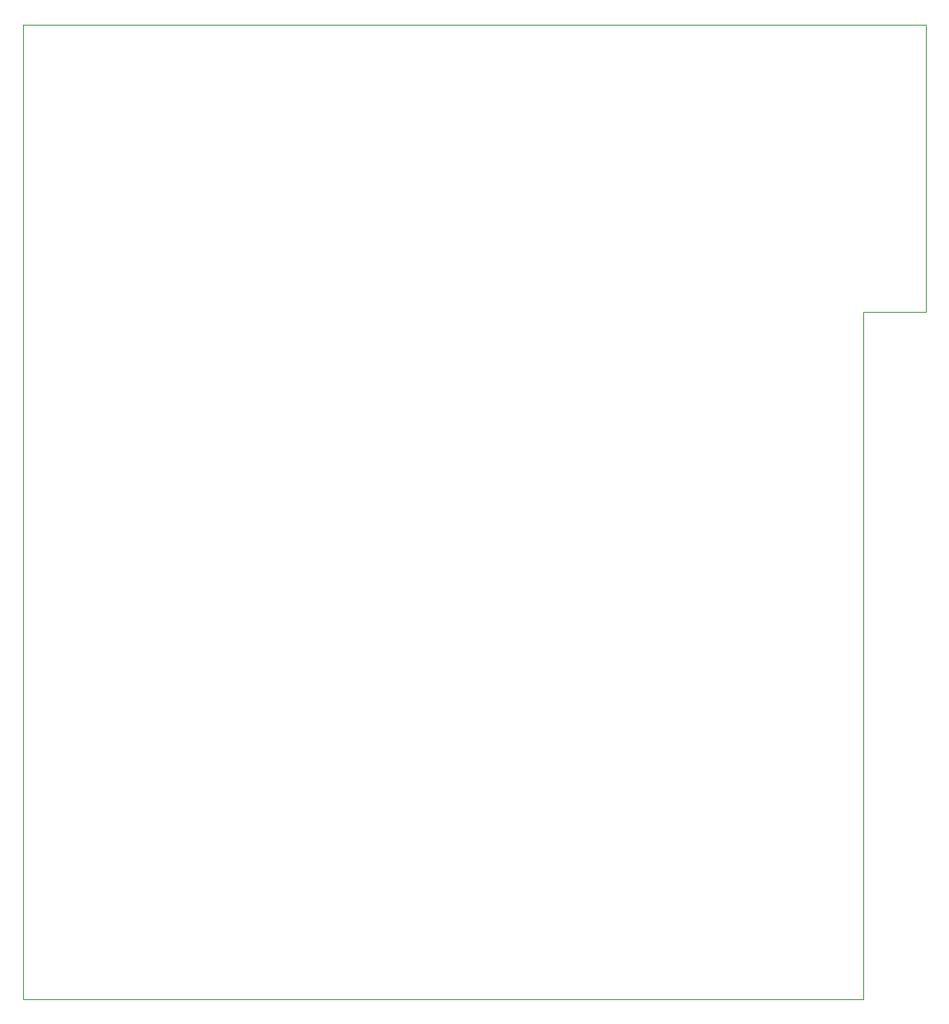
<source format=gbr>
%TF.GenerationSoftware,KiCad,Pcbnew,7.0.9*%
%TF.CreationDate,2024-09-03T11:05:06+09:00*%
%TF.ProjectId,_________,d5eac3af-adfc-4dcf-9cc9-2e6b69636164,rev?*%
%TF.SameCoordinates,Original*%
%TF.FileFunction,Profile,NP*%
%FSLAX46Y46*%
G04 Gerber Fmt 4.6, Leading zero omitted, Abs format (unit mm)*
G04 Created by KiCad (PCBNEW 7.0.9) date 2024-09-03 11:05:06*
%MOMM*%
%LPD*%
G01*
G04 APERTURE LIST*
%TA.AperFunction,Profile*%
%ADD10C,0.100000*%
%TD*%
G04 APERTURE END LIST*
D10*
X178000000Y-41500000D02*
X85250000Y-41500000D01*
X85250000Y-41500000D02*
X85250000Y-141500000D01*
X85250000Y-141500000D02*
X171500000Y-141500000D01*
X178000000Y-71000000D02*
X178000000Y-41500000D01*
X171500000Y-71000000D02*
X178000000Y-71000000D01*
X171500000Y-71000000D02*
X171500000Y-141500000D01*
M02*

</source>
